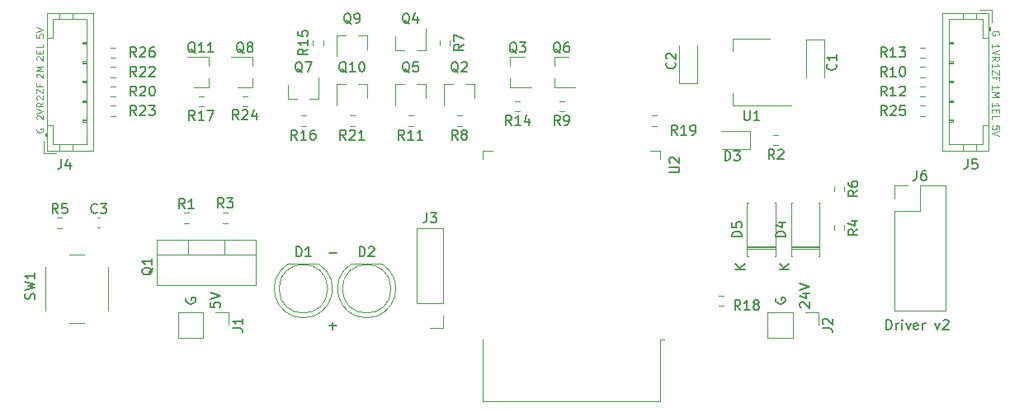
<source format=gbr>
G04 #@! TF.GenerationSoftware,KiCad,Pcbnew,(5.1.10)-1*
G04 #@! TF.CreationDate,2021-08-19T14:27:16+09:00*
G04 #@! TF.ProjectId,driver,64726976-6572-42e6-9b69-6361645f7063,rev?*
G04 #@! TF.SameCoordinates,Original*
G04 #@! TF.FileFunction,Legend,Top*
G04 #@! TF.FilePolarity,Positive*
%FSLAX46Y46*%
G04 Gerber Fmt 4.6, Leading zero omitted, Abs format (unit mm)*
G04 Created by KiCad (PCBNEW (5.1.10)-1) date 2021-08-19 14:27:16*
%MOMM*%
%LPD*%
G01*
G04 APERTURE LIST*
%ADD10C,0.150000*%
%ADD11C,0.100000*%
%ADD12C,0.120000*%
G04 APERTURE END LIST*
D10*
X30619047Y-33071428D02*
X31380952Y-33071428D01*
X31000000Y-33452380D02*
X31000000Y-32690476D01*
X30619047Y-25571428D02*
X31380952Y-25571428D01*
D11*
X99383333Y-12866666D02*
X99383333Y-12533333D01*
X99050000Y-12500000D01*
X99083333Y-12533333D01*
X99116666Y-12600000D01*
X99116666Y-12766666D01*
X99083333Y-12833333D01*
X99050000Y-12866666D01*
X98983333Y-12900000D01*
X98816666Y-12900000D01*
X98750000Y-12866666D01*
X98716666Y-12833333D01*
X98683333Y-12766666D01*
X98683333Y-12600000D01*
X98716666Y-12533333D01*
X98750000Y-12500000D01*
X99383333Y-13100000D02*
X98683333Y-13333333D01*
X99383333Y-13566666D01*
X98683333Y-10600000D02*
X98683333Y-10200000D01*
X98683333Y-10400000D02*
X99383333Y-10400000D01*
X99283333Y-10333333D01*
X99216666Y-10266666D01*
X99183333Y-10200000D01*
X99050000Y-10900000D02*
X99050000Y-11133333D01*
X98683333Y-11233333D02*
X98683333Y-10900000D01*
X99383333Y-10900000D01*
X99383333Y-11233333D01*
X98683333Y-11866666D02*
X98683333Y-11533333D01*
X99383333Y-11533333D01*
X98683333Y-8800000D02*
X98683333Y-8400000D01*
X98683333Y-8600000D02*
X99383333Y-8600000D01*
X99283333Y-8533333D01*
X99216666Y-8466666D01*
X99183333Y-8400000D01*
X98683333Y-9100000D02*
X99383333Y-9100000D01*
X98883333Y-9333333D01*
X99383333Y-9566666D01*
X98683333Y-9566666D01*
X98683333Y-6566666D02*
X98683333Y-6166666D01*
X98683333Y-6366666D02*
X99383333Y-6366666D01*
X99283333Y-6300000D01*
X99216666Y-6233333D01*
X99183333Y-6166666D01*
X99383333Y-6800000D02*
X99383333Y-7266666D01*
X98683333Y-6800000D01*
X98683333Y-7266666D01*
X99050000Y-7766666D02*
X99050000Y-7533333D01*
X98683333Y-7533333D02*
X99383333Y-7533333D01*
X99383333Y-7866666D01*
X98683333Y-4550000D02*
X98683333Y-4150000D01*
X98683333Y-4350000D02*
X99383333Y-4350000D01*
X99283333Y-4283333D01*
X99216666Y-4216666D01*
X99183333Y-4150000D01*
X99383333Y-4750000D02*
X98683333Y-4983333D01*
X99383333Y-5216666D01*
X98683333Y-5850000D02*
X99016666Y-5616666D01*
X98683333Y-5450000D02*
X99383333Y-5450000D01*
X99383333Y-5716666D01*
X99350000Y-5783333D01*
X99316666Y-5816666D01*
X99250000Y-5850000D01*
X99150000Y-5850000D01*
X99083333Y-5816666D01*
X99050000Y-5783333D01*
X99016666Y-5716666D01*
X99016666Y-5450000D01*
X99350000Y-3183333D02*
X99383333Y-3116666D01*
X99383333Y-3016666D01*
X99350000Y-2916666D01*
X99283333Y-2850000D01*
X99216666Y-2816666D01*
X99083333Y-2783333D01*
X98983333Y-2783333D01*
X98850000Y-2816666D01*
X98783333Y-2850000D01*
X98716666Y-2916666D01*
X98683333Y-3016666D01*
X98683333Y-3083333D01*
X98716666Y-3183333D01*
X98750000Y-3216666D01*
X98983333Y-3216666D01*
X98983333Y-3083333D01*
X650000Y-12816666D02*
X616666Y-12883333D01*
X616666Y-12983333D01*
X650000Y-13083333D01*
X716666Y-13150000D01*
X783333Y-13183333D01*
X916666Y-13216666D01*
X1016666Y-13216666D01*
X1150000Y-13183333D01*
X1216666Y-13150000D01*
X1283333Y-13083333D01*
X1316666Y-12983333D01*
X1316666Y-12916666D01*
X1283333Y-12816666D01*
X1250000Y-12783333D01*
X1016666Y-12783333D01*
X1016666Y-12916666D01*
X616666Y-3133333D02*
X616666Y-3466666D01*
X950000Y-3500000D01*
X916666Y-3466666D01*
X883333Y-3400000D01*
X883333Y-3233333D01*
X916666Y-3166666D01*
X950000Y-3133333D01*
X1016666Y-3100000D01*
X1183333Y-3100000D01*
X1250000Y-3133333D01*
X1283333Y-3166666D01*
X1316666Y-3233333D01*
X1316666Y-3400000D01*
X1283333Y-3466666D01*
X1250000Y-3500000D01*
X616666Y-2900000D02*
X1316666Y-2666666D01*
X616666Y-2433333D01*
X683333Y-11850000D02*
X650000Y-11816666D01*
X616666Y-11750000D01*
X616666Y-11583333D01*
X650000Y-11516666D01*
X683333Y-11483333D01*
X750000Y-11450000D01*
X816666Y-11450000D01*
X916666Y-11483333D01*
X1316666Y-11883333D01*
X1316666Y-11450000D01*
X616666Y-11250000D02*
X1316666Y-11016666D01*
X616666Y-10783333D01*
X1316666Y-10150000D02*
X983333Y-10383333D01*
X1316666Y-10550000D02*
X616666Y-10550000D01*
X616666Y-10283333D01*
X650000Y-10216666D01*
X683333Y-10183333D01*
X750000Y-10150000D01*
X850000Y-10150000D01*
X916666Y-10183333D01*
X950000Y-10216666D01*
X983333Y-10283333D01*
X983333Y-10550000D01*
X683333Y-9833333D02*
X650000Y-9800000D01*
X616666Y-9733333D01*
X616666Y-9566666D01*
X650000Y-9500000D01*
X683333Y-9466666D01*
X750000Y-9433333D01*
X816666Y-9433333D01*
X916666Y-9466666D01*
X1316666Y-9866666D01*
X1316666Y-9433333D01*
X616666Y-9200000D02*
X616666Y-8733333D01*
X1316666Y-9200000D01*
X1316666Y-8733333D01*
X950000Y-8233333D02*
X950000Y-8466666D01*
X1316666Y-8466666D02*
X616666Y-8466666D01*
X616666Y-8133333D01*
X683333Y-7600000D02*
X650000Y-7566666D01*
X616666Y-7500000D01*
X616666Y-7333333D01*
X650000Y-7266666D01*
X683333Y-7233333D01*
X750000Y-7200000D01*
X816666Y-7200000D01*
X916666Y-7233333D01*
X1316666Y-7633333D01*
X1316666Y-7200000D01*
X1316666Y-6900000D02*
X616666Y-6900000D01*
X1116666Y-6666666D01*
X616666Y-6433333D01*
X1316666Y-6433333D01*
X683333Y-5800000D02*
X650000Y-5766666D01*
X616666Y-5700000D01*
X616666Y-5533333D01*
X650000Y-5466666D01*
X683333Y-5433333D01*
X750000Y-5400000D01*
X816666Y-5400000D01*
X916666Y-5433333D01*
X1316666Y-5833333D01*
X1316666Y-5400000D01*
X950000Y-5100000D02*
X950000Y-4866666D01*
X1316666Y-4766666D02*
X1316666Y-5100000D01*
X616666Y-5100000D01*
X616666Y-4766666D01*
X1316666Y-4133333D02*
X1316666Y-4466666D01*
X616666Y-4466666D01*
D10*
X87833333Y-33452380D02*
X87833333Y-32452380D01*
X88071428Y-32452380D01*
X88214285Y-32500000D01*
X88309523Y-32595238D01*
X88357142Y-32690476D01*
X88404761Y-32880952D01*
X88404761Y-33023809D01*
X88357142Y-33214285D01*
X88309523Y-33309523D01*
X88214285Y-33404761D01*
X88071428Y-33452380D01*
X87833333Y-33452380D01*
X88833333Y-33452380D02*
X88833333Y-32785714D01*
X88833333Y-32976190D02*
X88880952Y-32880952D01*
X88928571Y-32833333D01*
X89023809Y-32785714D01*
X89119047Y-32785714D01*
X89452380Y-33452380D02*
X89452380Y-32785714D01*
X89452380Y-32452380D02*
X89404761Y-32500000D01*
X89452380Y-32547619D01*
X89500000Y-32500000D01*
X89452380Y-32452380D01*
X89452380Y-32547619D01*
X89833333Y-32785714D02*
X90071428Y-33452380D01*
X90309523Y-32785714D01*
X91071428Y-33404761D02*
X90976190Y-33452380D01*
X90785714Y-33452380D01*
X90690476Y-33404761D01*
X90642857Y-33309523D01*
X90642857Y-32928571D01*
X90690476Y-32833333D01*
X90785714Y-32785714D01*
X90976190Y-32785714D01*
X91071428Y-32833333D01*
X91119047Y-32928571D01*
X91119047Y-33023809D01*
X90642857Y-33119047D01*
X91547619Y-33452380D02*
X91547619Y-32785714D01*
X91547619Y-32976190D02*
X91595238Y-32880952D01*
X91642857Y-32833333D01*
X91738095Y-32785714D01*
X91833333Y-32785714D01*
X92833333Y-32785714D02*
X93071428Y-33452380D01*
X93309523Y-32785714D01*
X93642857Y-32547619D02*
X93690476Y-32500000D01*
X93785714Y-32452380D01*
X94023809Y-32452380D01*
X94119047Y-32500000D01*
X94166666Y-32547619D01*
X94214285Y-32642857D01*
X94214285Y-32738095D01*
X94166666Y-32880952D01*
X93595238Y-33452380D01*
X94214285Y-33452380D01*
X79047619Y-31190476D02*
X79000000Y-31142857D01*
X78952380Y-31047619D01*
X78952380Y-30809523D01*
X79000000Y-30714285D01*
X79047619Y-30666666D01*
X79142857Y-30619047D01*
X79238095Y-30619047D01*
X79380952Y-30666666D01*
X79952380Y-31238095D01*
X79952380Y-30619047D01*
X79285714Y-29761904D02*
X79952380Y-29761904D01*
X78904761Y-30000000D02*
X79619047Y-30238095D01*
X79619047Y-29619047D01*
X78952380Y-29380952D02*
X79952380Y-29047619D01*
X78952380Y-28714285D01*
X76500000Y-30238095D02*
X76452380Y-30333333D01*
X76452380Y-30476190D01*
X76500000Y-30619047D01*
X76595238Y-30714285D01*
X76690476Y-30761904D01*
X76880952Y-30809523D01*
X77023809Y-30809523D01*
X77214285Y-30761904D01*
X77309523Y-30714285D01*
X77404761Y-30619047D01*
X77452380Y-30476190D01*
X77452380Y-30380952D01*
X77404761Y-30238095D01*
X77357142Y-30190476D01*
X77023809Y-30190476D01*
X77023809Y-30380952D01*
X18452380Y-30690476D02*
X18452380Y-31166666D01*
X18928571Y-31214285D01*
X18880952Y-31166666D01*
X18833333Y-31071428D01*
X18833333Y-30833333D01*
X18880952Y-30738095D01*
X18928571Y-30690476D01*
X19023809Y-30642857D01*
X19261904Y-30642857D01*
X19357142Y-30690476D01*
X19404761Y-30738095D01*
X19452380Y-30833333D01*
X19452380Y-31071428D01*
X19404761Y-31166666D01*
X19357142Y-31214285D01*
X18452380Y-30357142D02*
X19452380Y-30023809D01*
X18452380Y-29690476D01*
X16000000Y-30238095D02*
X15952380Y-30333333D01*
X15952380Y-30476190D01*
X16000000Y-30619047D01*
X16095238Y-30714285D01*
X16190476Y-30761904D01*
X16380952Y-30809523D01*
X16523809Y-30809523D01*
X16714285Y-30761904D01*
X16809523Y-30714285D01*
X16904761Y-30619047D01*
X16952380Y-30476190D01*
X16952380Y-30380952D01*
X16904761Y-30238095D01*
X16857142Y-30190476D01*
X16523809Y-30190476D01*
X16523809Y-30380952D01*
D12*
X79565000Y-3690000D02*
X79565000Y-7600000D01*
X81435000Y-3690000D02*
X79565000Y-3690000D01*
X81435000Y-7600000D02*
X81435000Y-3690000D01*
X66565000Y-4250000D02*
X66565000Y-8160000D01*
X66565000Y-8160000D02*
X68435000Y-8160000D01*
X68435000Y-8160000D02*
X68435000Y-4250000D01*
X6853733Y-21990000D02*
X7146267Y-21990000D01*
X6853733Y-23010000D02*
X7146267Y-23010000D01*
X29545000Y-26710000D02*
X26455000Y-26710000D01*
X30500000Y-29270000D02*
G75*
G03*
X30500000Y-29270000I-2500000J0D01*
G01*
X28000462Y-32260000D02*
G75*
G02*
X26455170Y-26710000I-462J2990000D01*
G01*
X27999538Y-32260000D02*
G75*
G03*
X29544830Y-26710000I462J2990000D01*
G01*
X37000000Y-29270000D02*
G75*
G03*
X37000000Y-29270000I-2500000J0D01*
G01*
X36045000Y-26710000D02*
X32955000Y-26710000D01*
X34499538Y-32260000D02*
G75*
G03*
X36044830Y-26710000I462J2990000D01*
G01*
X34500462Y-32260000D02*
G75*
G02*
X32955170Y-26710000I-462J2990000D01*
G01*
X71000000Y-14960000D02*
X73860000Y-14960000D01*
X73860000Y-14960000D02*
X73860000Y-13040000D01*
X73860000Y-13040000D02*
X71000000Y-13040000D01*
X78160000Y-25910000D02*
X78030000Y-25910000D01*
X78030000Y-25910000D02*
X78030000Y-20470000D01*
X78030000Y-20470000D02*
X78160000Y-20470000D01*
X80840000Y-25910000D02*
X80970000Y-25910000D01*
X80970000Y-25910000D02*
X80970000Y-20470000D01*
X80970000Y-20470000D02*
X80840000Y-20470000D01*
X78030000Y-25010000D02*
X80970000Y-25010000D01*
X78030000Y-24890000D02*
X80970000Y-24890000D01*
X78030000Y-25130000D02*
X80970000Y-25130000D01*
X73530000Y-25130000D02*
X76470000Y-25130000D01*
X73530000Y-24890000D02*
X76470000Y-24890000D01*
X73530000Y-25010000D02*
X76470000Y-25010000D01*
X76470000Y-20470000D02*
X76340000Y-20470000D01*
X76470000Y-25910000D02*
X76470000Y-20470000D01*
X76340000Y-25910000D02*
X76470000Y-25910000D01*
X73530000Y-20470000D02*
X73660000Y-20470000D01*
X73530000Y-25910000D02*
X73530000Y-20470000D01*
X73660000Y-25910000D02*
X73530000Y-25910000D01*
X20330000Y-31670000D02*
X20330000Y-33000000D01*
X19000000Y-31670000D02*
X20330000Y-31670000D01*
X17730000Y-31670000D02*
X17730000Y-34330000D01*
X17730000Y-34330000D02*
X15130000Y-34330000D01*
X17730000Y-31670000D02*
X15130000Y-31670000D01*
X15130000Y-31670000D02*
X15130000Y-34330000D01*
X75630000Y-31670000D02*
X75630000Y-34330000D01*
X78230000Y-31670000D02*
X75630000Y-31670000D01*
X78230000Y-34330000D02*
X75630000Y-34330000D01*
X78230000Y-31670000D02*
X78230000Y-34330000D01*
X79500000Y-31670000D02*
X80830000Y-31670000D01*
X80830000Y-31670000D02*
X80830000Y-33000000D01*
X42330000Y-23050000D02*
X39670000Y-23050000D01*
X42330000Y-30730000D02*
X42330000Y-23050000D01*
X39670000Y-30730000D02*
X39670000Y-23050000D01*
X42330000Y-30730000D02*
X39670000Y-30730000D01*
X42330000Y-32000000D02*
X42330000Y-33330000D01*
X42330000Y-33330000D02*
X41000000Y-33330000D01*
X1390000Y-15360000D02*
X2640000Y-15360000D01*
X1390000Y-14110000D02*
X1390000Y-15360000D01*
X5800000Y-4000000D02*
X5300000Y-4000000D01*
X5300000Y-3900000D02*
X5800000Y-3900000D01*
X5300000Y-4100000D02*
X5300000Y-3900000D01*
X5800000Y-4100000D02*
X5300000Y-4100000D01*
X5800000Y-6000000D02*
X5300000Y-6000000D01*
X5300000Y-5900000D02*
X5800000Y-5900000D01*
X5300000Y-6100000D02*
X5300000Y-5900000D01*
X5800000Y-6100000D02*
X5300000Y-6100000D01*
X5800000Y-8000000D02*
X5300000Y-8000000D01*
X5300000Y-7900000D02*
X5800000Y-7900000D01*
X5300000Y-8100000D02*
X5300000Y-7900000D01*
X5800000Y-8100000D02*
X5300000Y-8100000D01*
X5800000Y-10000000D02*
X5300000Y-10000000D01*
X5300000Y-9900000D02*
X5800000Y-9900000D01*
X5300000Y-10100000D02*
X5300000Y-9900000D01*
X5800000Y-10100000D02*
X5300000Y-10100000D01*
X5800000Y-12000000D02*
X5300000Y-12000000D01*
X5300000Y-11900000D02*
X5800000Y-11900000D01*
X5300000Y-12100000D02*
X5300000Y-11900000D01*
X5800000Y-12100000D02*
X5300000Y-12100000D01*
X4300000Y-940000D02*
X4300000Y-1550000D01*
X3000000Y-940000D02*
X3000000Y-1550000D01*
X4300000Y-15060000D02*
X4300000Y-14450000D01*
X3000000Y-15060000D02*
X3000000Y-14450000D01*
X2300000Y-3500000D02*
X1690000Y-3500000D01*
X2300000Y-1550000D02*
X2300000Y-3500000D01*
X5800000Y-1550000D02*
X2300000Y-1550000D01*
X5800000Y-14450000D02*
X5800000Y-1550000D01*
X2300000Y-14450000D02*
X5800000Y-14450000D01*
X2300000Y-12500000D02*
X2300000Y-14450000D01*
X1690000Y-12500000D02*
X2300000Y-12500000D01*
X1590000Y-13300000D02*
X1590000Y-13600000D01*
X1490000Y-13600000D02*
X1690000Y-13600000D01*
X1490000Y-13300000D02*
X1490000Y-13600000D01*
X1690000Y-13300000D02*
X1490000Y-13300000D01*
X1690000Y-940000D02*
X1690000Y-15060000D01*
X6410000Y-940000D02*
X1690000Y-940000D01*
X6410000Y-15060000D02*
X6410000Y-940000D01*
X1690000Y-15060000D02*
X6410000Y-15060000D01*
X98310000Y-940000D02*
X93590000Y-940000D01*
X93590000Y-940000D02*
X93590000Y-15060000D01*
X93590000Y-15060000D02*
X98310000Y-15060000D01*
X98310000Y-15060000D02*
X98310000Y-940000D01*
X98310000Y-2700000D02*
X98510000Y-2700000D01*
X98510000Y-2700000D02*
X98510000Y-2400000D01*
X98510000Y-2400000D02*
X98310000Y-2400000D01*
X98410000Y-2700000D02*
X98410000Y-2400000D01*
X98310000Y-3500000D02*
X97700000Y-3500000D01*
X97700000Y-3500000D02*
X97700000Y-1550000D01*
X97700000Y-1550000D02*
X94200000Y-1550000D01*
X94200000Y-1550000D02*
X94200000Y-14450000D01*
X94200000Y-14450000D02*
X97700000Y-14450000D01*
X97700000Y-14450000D02*
X97700000Y-12500000D01*
X97700000Y-12500000D02*
X98310000Y-12500000D01*
X97000000Y-940000D02*
X97000000Y-1550000D01*
X95700000Y-940000D02*
X95700000Y-1550000D01*
X97000000Y-15060000D02*
X97000000Y-14450000D01*
X95700000Y-15060000D02*
X95700000Y-14450000D01*
X94200000Y-3900000D02*
X94700000Y-3900000D01*
X94700000Y-3900000D02*
X94700000Y-4100000D01*
X94700000Y-4100000D02*
X94200000Y-4100000D01*
X94200000Y-4000000D02*
X94700000Y-4000000D01*
X94200000Y-5900000D02*
X94700000Y-5900000D01*
X94700000Y-5900000D02*
X94700000Y-6100000D01*
X94700000Y-6100000D02*
X94200000Y-6100000D01*
X94200000Y-6000000D02*
X94700000Y-6000000D01*
X94200000Y-7900000D02*
X94700000Y-7900000D01*
X94700000Y-7900000D02*
X94700000Y-8100000D01*
X94700000Y-8100000D02*
X94200000Y-8100000D01*
X94200000Y-8000000D02*
X94700000Y-8000000D01*
X94200000Y-9900000D02*
X94700000Y-9900000D01*
X94700000Y-9900000D02*
X94700000Y-10100000D01*
X94700000Y-10100000D02*
X94200000Y-10100000D01*
X94200000Y-10000000D02*
X94700000Y-10000000D01*
X94200000Y-11900000D02*
X94700000Y-11900000D01*
X94700000Y-11900000D02*
X94700000Y-12100000D01*
X94700000Y-12100000D02*
X94200000Y-12100000D01*
X94200000Y-12000000D02*
X94700000Y-12000000D01*
X98610000Y-1890000D02*
X98610000Y-640000D01*
X98610000Y-640000D02*
X97360000Y-640000D01*
X88670000Y-31490000D02*
X93870000Y-31490000D01*
X88670000Y-21270000D02*
X88670000Y-31490000D01*
X93870000Y-18670000D02*
X93870000Y-31490000D01*
X88670000Y-21270000D02*
X91270000Y-21270000D01*
X91270000Y-21270000D02*
X91270000Y-18670000D01*
X91270000Y-18670000D02*
X93870000Y-18670000D01*
X88670000Y-20000000D02*
X88670000Y-18670000D01*
X88670000Y-18670000D02*
X90000000Y-18670000D01*
X12920000Y-24230000D02*
X23160000Y-24230000D01*
X12920000Y-28871000D02*
X23160000Y-28871000D01*
X12920000Y-24230000D02*
X12920000Y-28871000D01*
X23160000Y-24230000D02*
X23160000Y-28871000D01*
X12920000Y-25740000D02*
X23160000Y-25740000D01*
X16190000Y-24230000D02*
X16190000Y-25740000D01*
X19891000Y-24230000D02*
X19891000Y-25740000D01*
X45580000Y-8240000D02*
X44650000Y-8240000D01*
X42420000Y-8240000D02*
X43350000Y-8240000D01*
X42420000Y-8240000D02*
X42420000Y-10400000D01*
X45580000Y-8240000D02*
X45580000Y-9700000D01*
X49240000Y-5420000D02*
X50700000Y-5420000D01*
X49240000Y-8580000D02*
X51400000Y-8580000D01*
X49240000Y-8580000D02*
X49240000Y-7650000D01*
X49240000Y-5420000D02*
X49240000Y-6350000D01*
X37420000Y-4760000D02*
X37420000Y-3300000D01*
X40580000Y-4760000D02*
X40580000Y-2600000D01*
X40580000Y-4760000D02*
X39650000Y-4760000D01*
X37420000Y-4760000D02*
X38350000Y-4760000D01*
X40580000Y-8240000D02*
X40580000Y-9700000D01*
X37420000Y-8240000D02*
X37420000Y-10400000D01*
X37420000Y-8240000D02*
X38350000Y-8240000D01*
X40580000Y-8240000D02*
X39650000Y-8240000D01*
X53740000Y-5420000D02*
X53740000Y-6350000D01*
X53740000Y-8580000D02*
X53740000Y-7650000D01*
X53740000Y-8580000D02*
X55900000Y-8580000D01*
X53740000Y-5420000D02*
X55200000Y-5420000D01*
X26420000Y-9760000D02*
X27350000Y-9760000D01*
X29580000Y-9760000D02*
X28650000Y-9760000D01*
X29580000Y-9760000D02*
X29580000Y-7600000D01*
X26420000Y-9760000D02*
X26420000Y-8300000D01*
X22760000Y-8580000D02*
X22760000Y-7650000D01*
X22760000Y-5420000D02*
X22760000Y-6350000D01*
X22760000Y-5420000D02*
X20600000Y-5420000D01*
X22760000Y-8580000D02*
X21300000Y-8580000D01*
X34580000Y-3240000D02*
X34580000Y-4700000D01*
X31420000Y-3240000D02*
X31420000Y-5400000D01*
X31420000Y-3240000D02*
X32350000Y-3240000D01*
X34580000Y-3240000D02*
X33650000Y-3240000D01*
X34580000Y-8240000D02*
X33650000Y-8240000D01*
X31420000Y-8240000D02*
X32350000Y-8240000D01*
X31420000Y-8240000D02*
X31420000Y-10400000D01*
X34580000Y-8240000D02*
X34580000Y-9700000D01*
X18260000Y-8580000D02*
X16800000Y-8580000D01*
X18260000Y-5420000D02*
X16100000Y-5420000D01*
X18260000Y-5420000D02*
X18260000Y-6350000D01*
X18260000Y-8580000D02*
X18260000Y-7650000D01*
X15745276Y-22522500D02*
X16254724Y-22522500D01*
X15745276Y-21477500D02*
X16254724Y-21477500D01*
X76245276Y-14522500D02*
X76754724Y-14522500D01*
X76245276Y-13477500D02*
X76754724Y-13477500D01*
X20254724Y-22522500D02*
X19745276Y-22522500D01*
X20254724Y-21477500D02*
X19745276Y-21477500D01*
X83522500Y-22745276D02*
X83522500Y-23254724D01*
X82477500Y-22745276D02*
X82477500Y-23254724D01*
X2745276Y-21977500D02*
X3254724Y-21977500D01*
X2745276Y-23022500D02*
X3254724Y-23022500D01*
X82477500Y-18745276D02*
X82477500Y-19254724D01*
X83522500Y-18745276D02*
X83522500Y-19254724D01*
X43022500Y-3745276D02*
X43022500Y-4254724D01*
X41977500Y-3745276D02*
X41977500Y-4254724D01*
X44254724Y-11477500D02*
X43745276Y-11477500D01*
X44254724Y-12522500D02*
X43745276Y-12522500D01*
X54245276Y-9977500D02*
X54754724Y-9977500D01*
X54245276Y-11022500D02*
X54754724Y-11022500D01*
X91245276Y-7522500D02*
X91754724Y-7522500D01*
X91245276Y-6477500D02*
X91754724Y-6477500D01*
X38745276Y-11477500D02*
X39254724Y-11477500D01*
X38745276Y-12522500D02*
X39254724Y-12522500D01*
X91245276Y-9522500D02*
X91754724Y-9522500D01*
X91245276Y-8477500D02*
X91754724Y-8477500D01*
X91245276Y-4477500D02*
X91754724Y-4477500D01*
X91245276Y-5522500D02*
X91754724Y-5522500D01*
X50254724Y-9977500D02*
X49745276Y-9977500D01*
X50254724Y-11022500D02*
X49745276Y-11022500D01*
X30022500Y-4254724D02*
X30022500Y-3745276D01*
X28977500Y-4254724D02*
X28977500Y-3745276D01*
X27745276Y-11477500D02*
X28254724Y-11477500D01*
X27745276Y-12522500D02*
X28254724Y-12522500D01*
X17754724Y-9477500D02*
X17245276Y-9477500D01*
X17754724Y-10522500D02*
X17245276Y-10522500D01*
X71167224Y-31022500D02*
X70657776Y-31022500D01*
X71167224Y-29977500D02*
X70657776Y-29977500D01*
X64254724Y-11477500D02*
X63745276Y-11477500D01*
X64254724Y-12522500D02*
X63745276Y-12522500D01*
X8754724Y-9522500D02*
X8245276Y-9522500D01*
X8754724Y-8477500D02*
X8245276Y-8477500D01*
X32745276Y-12522500D02*
X33254724Y-12522500D01*
X32745276Y-11477500D02*
X33254724Y-11477500D01*
X8754724Y-7522500D02*
X8245276Y-7522500D01*
X8754724Y-6477500D02*
X8245276Y-6477500D01*
X8754724Y-10477500D02*
X8245276Y-10477500D01*
X8754724Y-11522500D02*
X8245276Y-11522500D01*
X22254724Y-10522500D02*
X21745276Y-10522500D01*
X22254724Y-9477500D02*
X21745276Y-9477500D01*
X91245276Y-10477500D02*
X91754724Y-10477500D01*
X91245276Y-11522500D02*
X91754724Y-11522500D01*
X8754724Y-4477500D02*
X8245276Y-4477500D01*
X8754724Y-5522500D02*
X8245276Y-5522500D01*
X1500000Y-27000000D02*
X1500000Y-31500000D01*
X5500000Y-25750000D02*
X4000000Y-25750000D01*
X8000000Y-31500000D02*
X8000000Y-27000000D01*
X4000000Y-32750000D02*
X5500000Y-32750000D01*
X72090000Y-3590000D02*
X72090000Y-4850000D01*
X72090000Y-10410000D02*
X72090000Y-9150000D01*
X75850000Y-3590000D02*
X72090000Y-3590000D01*
X78100000Y-10410000D02*
X72090000Y-10410000D01*
X64620000Y-15900000D02*
X64620000Y-15120000D01*
X64620000Y-15120000D02*
X63620000Y-15120000D01*
X46380000Y-15900000D02*
X46380000Y-15120000D01*
X46380000Y-15120000D02*
X47380000Y-15120000D01*
X64620000Y-40865000D02*
X46380000Y-40865000D01*
X46380000Y-40865000D02*
X46380000Y-34445000D01*
X64620000Y-40865000D02*
X64620000Y-34445000D01*
X64620000Y-34445000D02*
X65000000Y-34445000D01*
D10*
X82607142Y-6166666D02*
X82654761Y-6214285D01*
X82702380Y-6357142D01*
X82702380Y-6452380D01*
X82654761Y-6595238D01*
X82559523Y-6690476D01*
X82464285Y-6738095D01*
X82273809Y-6785714D01*
X82130952Y-6785714D01*
X81940476Y-6738095D01*
X81845238Y-6690476D01*
X81750000Y-6595238D01*
X81702380Y-6452380D01*
X81702380Y-6357142D01*
X81750000Y-6214285D01*
X81797619Y-6166666D01*
X82702380Y-5214285D02*
X82702380Y-5785714D01*
X82702380Y-5500000D02*
X81702380Y-5500000D01*
X81845238Y-5595238D01*
X81940476Y-5690476D01*
X81988095Y-5785714D01*
X66107142Y-6016666D02*
X66154761Y-6064285D01*
X66202380Y-6207142D01*
X66202380Y-6302380D01*
X66154761Y-6445238D01*
X66059523Y-6540476D01*
X65964285Y-6588095D01*
X65773809Y-6635714D01*
X65630952Y-6635714D01*
X65440476Y-6588095D01*
X65345238Y-6540476D01*
X65250000Y-6445238D01*
X65202380Y-6302380D01*
X65202380Y-6207142D01*
X65250000Y-6064285D01*
X65297619Y-6016666D01*
X65297619Y-5635714D02*
X65250000Y-5588095D01*
X65202380Y-5492857D01*
X65202380Y-5254761D01*
X65250000Y-5159523D01*
X65297619Y-5111904D01*
X65392857Y-5064285D01*
X65488095Y-5064285D01*
X65630952Y-5111904D01*
X66202380Y-5683333D01*
X66202380Y-5064285D01*
X6833333Y-21427142D02*
X6785714Y-21474761D01*
X6642857Y-21522380D01*
X6547619Y-21522380D01*
X6404761Y-21474761D01*
X6309523Y-21379523D01*
X6261904Y-21284285D01*
X6214285Y-21093809D01*
X6214285Y-20950952D01*
X6261904Y-20760476D01*
X6309523Y-20665238D01*
X6404761Y-20570000D01*
X6547619Y-20522380D01*
X6642857Y-20522380D01*
X6785714Y-20570000D01*
X6833333Y-20617619D01*
X7166666Y-20522380D02*
X7785714Y-20522380D01*
X7452380Y-20903333D01*
X7595238Y-20903333D01*
X7690476Y-20950952D01*
X7738095Y-20998571D01*
X7785714Y-21093809D01*
X7785714Y-21331904D01*
X7738095Y-21427142D01*
X7690476Y-21474761D01*
X7595238Y-21522380D01*
X7309523Y-21522380D01*
X7214285Y-21474761D01*
X7166666Y-21427142D01*
X27261904Y-25952380D02*
X27261904Y-24952380D01*
X27500000Y-24952380D01*
X27642857Y-25000000D01*
X27738095Y-25095238D01*
X27785714Y-25190476D01*
X27833333Y-25380952D01*
X27833333Y-25523809D01*
X27785714Y-25714285D01*
X27738095Y-25809523D01*
X27642857Y-25904761D01*
X27500000Y-25952380D01*
X27261904Y-25952380D01*
X28785714Y-25952380D02*
X28214285Y-25952380D01*
X28500000Y-25952380D02*
X28500000Y-24952380D01*
X28404761Y-25095238D01*
X28309523Y-25190476D01*
X28214285Y-25238095D01*
X33761904Y-25952380D02*
X33761904Y-24952380D01*
X34000000Y-24952380D01*
X34142857Y-25000000D01*
X34238095Y-25095238D01*
X34285714Y-25190476D01*
X34333333Y-25380952D01*
X34333333Y-25523809D01*
X34285714Y-25714285D01*
X34238095Y-25809523D01*
X34142857Y-25904761D01*
X34000000Y-25952380D01*
X33761904Y-25952380D01*
X34714285Y-25047619D02*
X34761904Y-25000000D01*
X34857142Y-24952380D01*
X35095238Y-24952380D01*
X35190476Y-25000000D01*
X35238095Y-25047619D01*
X35285714Y-25142857D01*
X35285714Y-25238095D01*
X35238095Y-25380952D01*
X34666666Y-25952380D01*
X35285714Y-25952380D01*
X71261904Y-16102380D02*
X71261904Y-15102380D01*
X71500000Y-15102380D01*
X71642857Y-15150000D01*
X71738095Y-15245238D01*
X71785714Y-15340476D01*
X71833333Y-15530952D01*
X71833333Y-15673809D01*
X71785714Y-15864285D01*
X71738095Y-15959523D01*
X71642857Y-16054761D01*
X71500000Y-16102380D01*
X71261904Y-16102380D01*
X72166666Y-15102380D02*
X72785714Y-15102380D01*
X72452380Y-15483333D01*
X72595238Y-15483333D01*
X72690476Y-15530952D01*
X72738095Y-15578571D01*
X72785714Y-15673809D01*
X72785714Y-15911904D01*
X72738095Y-16007142D01*
X72690476Y-16054761D01*
X72595238Y-16102380D01*
X72309523Y-16102380D01*
X72214285Y-16054761D01*
X72166666Y-16007142D01*
X77482380Y-23928095D02*
X76482380Y-23928095D01*
X76482380Y-23690000D01*
X76530000Y-23547142D01*
X76625238Y-23451904D01*
X76720476Y-23404285D01*
X76910952Y-23356666D01*
X77053809Y-23356666D01*
X77244285Y-23404285D01*
X77339523Y-23451904D01*
X77434761Y-23547142D01*
X77482380Y-23690000D01*
X77482380Y-23928095D01*
X76815714Y-22499523D02*
X77482380Y-22499523D01*
X76434761Y-22737619D02*
X77149047Y-22975714D01*
X77149047Y-22356666D01*
X77852380Y-27261904D02*
X76852380Y-27261904D01*
X77852380Y-26690476D02*
X77280952Y-27119047D01*
X76852380Y-26690476D02*
X77423809Y-27261904D01*
X72982380Y-23928095D02*
X71982380Y-23928095D01*
X71982380Y-23690000D01*
X72030000Y-23547142D01*
X72125238Y-23451904D01*
X72220476Y-23404285D01*
X72410952Y-23356666D01*
X72553809Y-23356666D01*
X72744285Y-23404285D01*
X72839523Y-23451904D01*
X72934761Y-23547142D01*
X72982380Y-23690000D01*
X72982380Y-23928095D01*
X71982380Y-22451904D02*
X71982380Y-22928095D01*
X72458571Y-22975714D01*
X72410952Y-22928095D01*
X72363333Y-22832857D01*
X72363333Y-22594761D01*
X72410952Y-22499523D01*
X72458571Y-22451904D01*
X72553809Y-22404285D01*
X72791904Y-22404285D01*
X72887142Y-22451904D01*
X72934761Y-22499523D01*
X72982380Y-22594761D01*
X72982380Y-22832857D01*
X72934761Y-22928095D01*
X72887142Y-22975714D01*
X73352380Y-27261904D02*
X72352380Y-27261904D01*
X73352380Y-26690476D02*
X72780952Y-27119047D01*
X72352380Y-26690476D02*
X72923809Y-27261904D01*
X20782380Y-33333333D02*
X21496666Y-33333333D01*
X21639523Y-33380952D01*
X21734761Y-33476190D01*
X21782380Y-33619047D01*
X21782380Y-33714285D01*
X21782380Y-32333333D02*
X21782380Y-32904761D01*
X21782380Y-32619047D02*
X20782380Y-32619047D01*
X20925238Y-32714285D01*
X21020476Y-32809523D01*
X21068095Y-32904761D01*
X81282380Y-33333333D02*
X81996666Y-33333333D01*
X82139523Y-33380952D01*
X82234761Y-33476190D01*
X82282380Y-33619047D01*
X82282380Y-33714285D01*
X81377619Y-32904761D02*
X81330000Y-32857142D01*
X81282380Y-32761904D01*
X81282380Y-32523809D01*
X81330000Y-32428571D01*
X81377619Y-32380952D01*
X81472857Y-32333333D01*
X81568095Y-32333333D01*
X81710952Y-32380952D01*
X82282380Y-32952380D01*
X82282380Y-32333333D01*
X40666666Y-21452380D02*
X40666666Y-22166666D01*
X40619047Y-22309523D01*
X40523809Y-22404761D01*
X40380952Y-22452380D01*
X40285714Y-22452380D01*
X41047619Y-21452380D02*
X41666666Y-21452380D01*
X41333333Y-21833333D01*
X41476190Y-21833333D01*
X41571428Y-21880952D01*
X41619047Y-21928571D01*
X41666666Y-22023809D01*
X41666666Y-22261904D01*
X41619047Y-22357142D01*
X41571428Y-22404761D01*
X41476190Y-22452380D01*
X41190476Y-22452380D01*
X41095238Y-22404761D01*
X41047619Y-22357142D01*
X3166666Y-15952380D02*
X3166666Y-16666666D01*
X3119047Y-16809523D01*
X3023809Y-16904761D01*
X2880952Y-16952380D01*
X2785714Y-16952380D01*
X4071428Y-16285714D02*
X4071428Y-16952380D01*
X3833333Y-15904761D02*
X3595238Y-16619047D01*
X4214285Y-16619047D01*
X96166666Y-15952380D02*
X96166666Y-16666666D01*
X96119047Y-16809523D01*
X96023809Y-16904761D01*
X95880952Y-16952380D01*
X95785714Y-16952380D01*
X97119047Y-15952380D02*
X96642857Y-15952380D01*
X96595238Y-16428571D01*
X96642857Y-16380952D01*
X96738095Y-16333333D01*
X96976190Y-16333333D01*
X97071428Y-16380952D01*
X97119047Y-16428571D01*
X97166666Y-16523809D01*
X97166666Y-16761904D01*
X97119047Y-16857142D01*
X97071428Y-16904761D01*
X96976190Y-16952380D01*
X96738095Y-16952380D01*
X96642857Y-16904761D01*
X96595238Y-16857142D01*
X90936666Y-17122380D02*
X90936666Y-17836666D01*
X90889047Y-17979523D01*
X90793809Y-18074761D01*
X90650952Y-18122380D01*
X90555714Y-18122380D01*
X91841428Y-17122380D02*
X91650952Y-17122380D01*
X91555714Y-17170000D01*
X91508095Y-17217619D01*
X91412857Y-17360476D01*
X91365238Y-17550952D01*
X91365238Y-17931904D01*
X91412857Y-18027142D01*
X91460476Y-18074761D01*
X91555714Y-18122380D01*
X91746190Y-18122380D01*
X91841428Y-18074761D01*
X91889047Y-18027142D01*
X91936666Y-17931904D01*
X91936666Y-17693809D01*
X91889047Y-17598571D01*
X91841428Y-17550952D01*
X91746190Y-17503333D01*
X91555714Y-17503333D01*
X91460476Y-17550952D01*
X91412857Y-17598571D01*
X91365238Y-17693809D01*
X12547619Y-27095238D02*
X12500000Y-27190476D01*
X12404761Y-27285714D01*
X12261904Y-27428571D01*
X12214285Y-27523809D01*
X12214285Y-27619047D01*
X12452380Y-27571428D02*
X12404761Y-27666666D01*
X12309523Y-27761904D01*
X12119047Y-27809523D01*
X11785714Y-27809523D01*
X11595238Y-27761904D01*
X11500000Y-27666666D01*
X11452380Y-27571428D01*
X11452380Y-27380952D01*
X11500000Y-27285714D01*
X11595238Y-27190476D01*
X11785714Y-27142857D01*
X12119047Y-27142857D01*
X12309523Y-27190476D01*
X12404761Y-27285714D01*
X12452380Y-27380952D01*
X12452380Y-27571428D01*
X12452380Y-26190476D02*
X12452380Y-26761904D01*
X12452380Y-26476190D02*
X11452380Y-26476190D01*
X11595238Y-26571428D01*
X11690476Y-26666666D01*
X11738095Y-26761904D01*
X43904761Y-7047619D02*
X43809523Y-7000000D01*
X43714285Y-6904761D01*
X43571428Y-6761904D01*
X43476190Y-6714285D01*
X43380952Y-6714285D01*
X43428571Y-6952380D02*
X43333333Y-6904761D01*
X43238095Y-6809523D01*
X43190476Y-6619047D01*
X43190476Y-6285714D01*
X43238095Y-6095238D01*
X43333333Y-6000000D01*
X43428571Y-5952380D01*
X43619047Y-5952380D01*
X43714285Y-6000000D01*
X43809523Y-6095238D01*
X43857142Y-6285714D01*
X43857142Y-6619047D01*
X43809523Y-6809523D01*
X43714285Y-6904761D01*
X43619047Y-6952380D01*
X43428571Y-6952380D01*
X44238095Y-6047619D02*
X44285714Y-6000000D01*
X44380952Y-5952380D01*
X44619047Y-5952380D01*
X44714285Y-6000000D01*
X44761904Y-6047619D01*
X44809523Y-6142857D01*
X44809523Y-6238095D01*
X44761904Y-6380952D01*
X44190476Y-6952380D01*
X44809523Y-6952380D01*
X49904761Y-5047619D02*
X49809523Y-5000000D01*
X49714285Y-4904761D01*
X49571428Y-4761904D01*
X49476190Y-4714285D01*
X49380952Y-4714285D01*
X49428571Y-4952380D02*
X49333333Y-4904761D01*
X49238095Y-4809523D01*
X49190476Y-4619047D01*
X49190476Y-4285714D01*
X49238095Y-4095238D01*
X49333333Y-4000000D01*
X49428571Y-3952380D01*
X49619047Y-3952380D01*
X49714285Y-4000000D01*
X49809523Y-4095238D01*
X49857142Y-4285714D01*
X49857142Y-4619047D01*
X49809523Y-4809523D01*
X49714285Y-4904761D01*
X49619047Y-4952380D01*
X49428571Y-4952380D01*
X50190476Y-3952380D02*
X50809523Y-3952380D01*
X50476190Y-4333333D01*
X50619047Y-4333333D01*
X50714285Y-4380952D01*
X50761904Y-4428571D01*
X50809523Y-4523809D01*
X50809523Y-4761904D01*
X50761904Y-4857142D01*
X50714285Y-4904761D01*
X50619047Y-4952380D01*
X50333333Y-4952380D01*
X50238095Y-4904761D01*
X50190476Y-4857142D01*
X38904761Y-2047619D02*
X38809523Y-2000000D01*
X38714285Y-1904761D01*
X38571428Y-1761904D01*
X38476190Y-1714285D01*
X38380952Y-1714285D01*
X38428571Y-1952380D02*
X38333333Y-1904761D01*
X38238095Y-1809523D01*
X38190476Y-1619047D01*
X38190476Y-1285714D01*
X38238095Y-1095238D01*
X38333333Y-1000000D01*
X38428571Y-952380D01*
X38619047Y-952380D01*
X38714285Y-1000000D01*
X38809523Y-1095238D01*
X38857142Y-1285714D01*
X38857142Y-1619047D01*
X38809523Y-1809523D01*
X38714285Y-1904761D01*
X38619047Y-1952380D01*
X38428571Y-1952380D01*
X39714285Y-1285714D02*
X39714285Y-1952380D01*
X39476190Y-904761D02*
X39238095Y-1619047D01*
X39857142Y-1619047D01*
X38904761Y-7047619D02*
X38809523Y-7000000D01*
X38714285Y-6904761D01*
X38571428Y-6761904D01*
X38476190Y-6714285D01*
X38380952Y-6714285D01*
X38428571Y-6952380D02*
X38333333Y-6904761D01*
X38238095Y-6809523D01*
X38190476Y-6619047D01*
X38190476Y-6285714D01*
X38238095Y-6095238D01*
X38333333Y-6000000D01*
X38428571Y-5952380D01*
X38619047Y-5952380D01*
X38714285Y-6000000D01*
X38809523Y-6095238D01*
X38857142Y-6285714D01*
X38857142Y-6619047D01*
X38809523Y-6809523D01*
X38714285Y-6904761D01*
X38619047Y-6952380D01*
X38428571Y-6952380D01*
X39761904Y-5952380D02*
X39285714Y-5952380D01*
X39238095Y-6428571D01*
X39285714Y-6380952D01*
X39380952Y-6333333D01*
X39619047Y-6333333D01*
X39714285Y-6380952D01*
X39761904Y-6428571D01*
X39809523Y-6523809D01*
X39809523Y-6761904D01*
X39761904Y-6857142D01*
X39714285Y-6904761D01*
X39619047Y-6952380D01*
X39380952Y-6952380D01*
X39285714Y-6904761D01*
X39238095Y-6857142D01*
X54404761Y-5047619D02*
X54309523Y-5000000D01*
X54214285Y-4904761D01*
X54071428Y-4761904D01*
X53976190Y-4714285D01*
X53880952Y-4714285D01*
X53928571Y-4952380D02*
X53833333Y-4904761D01*
X53738095Y-4809523D01*
X53690476Y-4619047D01*
X53690476Y-4285714D01*
X53738095Y-4095238D01*
X53833333Y-4000000D01*
X53928571Y-3952380D01*
X54119047Y-3952380D01*
X54214285Y-4000000D01*
X54309523Y-4095238D01*
X54357142Y-4285714D01*
X54357142Y-4619047D01*
X54309523Y-4809523D01*
X54214285Y-4904761D01*
X54119047Y-4952380D01*
X53928571Y-4952380D01*
X55214285Y-3952380D02*
X55023809Y-3952380D01*
X54928571Y-4000000D01*
X54880952Y-4047619D01*
X54785714Y-4190476D01*
X54738095Y-4380952D01*
X54738095Y-4761904D01*
X54785714Y-4857142D01*
X54833333Y-4904761D01*
X54928571Y-4952380D01*
X55119047Y-4952380D01*
X55214285Y-4904761D01*
X55261904Y-4857142D01*
X55309523Y-4761904D01*
X55309523Y-4523809D01*
X55261904Y-4428571D01*
X55214285Y-4380952D01*
X55119047Y-4333333D01*
X54928571Y-4333333D01*
X54833333Y-4380952D01*
X54785714Y-4428571D01*
X54738095Y-4523809D01*
X27904761Y-7047619D02*
X27809523Y-7000000D01*
X27714285Y-6904761D01*
X27571428Y-6761904D01*
X27476190Y-6714285D01*
X27380952Y-6714285D01*
X27428571Y-6952380D02*
X27333333Y-6904761D01*
X27238095Y-6809523D01*
X27190476Y-6619047D01*
X27190476Y-6285714D01*
X27238095Y-6095238D01*
X27333333Y-6000000D01*
X27428571Y-5952380D01*
X27619047Y-5952380D01*
X27714285Y-6000000D01*
X27809523Y-6095238D01*
X27857142Y-6285714D01*
X27857142Y-6619047D01*
X27809523Y-6809523D01*
X27714285Y-6904761D01*
X27619047Y-6952380D01*
X27428571Y-6952380D01*
X28190476Y-5952380D02*
X28857142Y-5952380D01*
X28428571Y-6952380D01*
X21904761Y-5047619D02*
X21809523Y-5000000D01*
X21714285Y-4904761D01*
X21571428Y-4761904D01*
X21476190Y-4714285D01*
X21380952Y-4714285D01*
X21428571Y-4952380D02*
X21333333Y-4904761D01*
X21238095Y-4809523D01*
X21190476Y-4619047D01*
X21190476Y-4285714D01*
X21238095Y-4095238D01*
X21333333Y-4000000D01*
X21428571Y-3952380D01*
X21619047Y-3952380D01*
X21714285Y-4000000D01*
X21809523Y-4095238D01*
X21857142Y-4285714D01*
X21857142Y-4619047D01*
X21809523Y-4809523D01*
X21714285Y-4904761D01*
X21619047Y-4952380D01*
X21428571Y-4952380D01*
X22428571Y-4380952D02*
X22333333Y-4333333D01*
X22285714Y-4285714D01*
X22238095Y-4190476D01*
X22238095Y-4142857D01*
X22285714Y-4047619D01*
X22333333Y-4000000D01*
X22428571Y-3952380D01*
X22619047Y-3952380D01*
X22714285Y-4000000D01*
X22761904Y-4047619D01*
X22809523Y-4142857D01*
X22809523Y-4190476D01*
X22761904Y-4285714D01*
X22714285Y-4333333D01*
X22619047Y-4380952D01*
X22428571Y-4380952D01*
X22333333Y-4428571D01*
X22285714Y-4476190D01*
X22238095Y-4571428D01*
X22238095Y-4761904D01*
X22285714Y-4857142D01*
X22333333Y-4904761D01*
X22428571Y-4952380D01*
X22619047Y-4952380D01*
X22714285Y-4904761D01*
X22761904Y-4857142D01*
X22809523Y-4761904D01*
X22809523Y-4571428D01*
X22761904Y-4476190D01*
X22714285Y-4428571D01*
X22619047Y-4380952D01*
X32904761Y-2047619D02*
X32809523Y-2000000D01*
X32714285Y-1904761D01*
X32571428Y-1761904D01*
X32476190Y-1714285D01*
X32380952Y-1714285D01*
X32428571Y-1952380D02*
X32333333Y-1904761D01*
X32238095Y-1809523D01*
X32190476Y-1619047D01*
X32190476Y-1285714D01*
X32238095Y-1095238D01*
X32333333Y-1000000D01*
X32428571Y-952380D01*
X32619047Y-952380D01*
X32714285Y-1000000D01*
X32809523Y-1095238D01*
X32857142Y-1285714D01*
X32857142Y-1619047D01*
X32809523Y-1809523D01*
X32714285Y-1904761D01*
X32619047Y-1952380D01*
X32428571Y-1952380D01*
X33333333Y-1952380D02*
X33523809Y-1952380D01*
X33619047Y-1904761D01*
X33666666Y-1857142D01*
X33761904Y-1714285D01*
X33809523Y-1523809D01*
X33809523Y-1142857D01*
X33761904Y-1047619D01*
X33714285Y-1000000D01*
X33619047Y-952380D01*
X33428571Y-952380D01*
X33333333Y-1000000D01*
X33285714Y-1047619D01*
X33238095Y-1142857D01*
X33238095Y-1380952D01*
X33285714Y-1476190D01*
X33333333Y-1523809D01*
X33428571Y-1571428D01*
X33619047Y-1571428D01*
X33714285Y-1523809D01*
X33761904Y-1476190D01*
X33809523Y-1380952D01*
X32428571Y-7047619D02*
X32333333Y-7000000D01*
X32238095Y-6904761D01*
X32095238Y-6761904D01*
X32000000Y-6714285D01*
X31904761Y-6714285D01*
X31952380Y-6952380D02*
X31857142Y-6904761D01*
X31761904Y-6809523D01*
X31714285Y-6619047D01*
X31714285Y-6285714D01*
X31761904Y-6095238D01*
X31857142Y-6000000D01*
X31952380Y-5952380D01*
X32142857Y-5952380D01*
X32238095Y-6000000D01*
X32333333Y-6095238D01*
X32380952Y-6285714D01*
X32380952Y-6619047D01*
X32333333Y-6809523D01*
X32238095Y-6904761D01*
X32142857Y-6952380D01*
X31952380Y-6952380D01*
X33333333Y-6952380D02*
X32761904Y-6952380D01*
X33047619Y-6952380D02*
X33047619Y-5952380D01*
X32952380Y-6095238D01*
X32857142Y-6190476D01*
X32761904Y-6238095D01*
X33952380Y-5952380D02*
X34047619Y-5952380D01*
X34142857Y-6000000D01*
X34190476Y-6047619D01*
X34238095Y-6142857D01*
X34285714Y-6333333D01*
X34285714Y-6571428D01*
X34238095Y-6761904D01*
X34190476Y-6857142D01*
X34142857Y-6904761D01*
X34047619Y-6952380D01*
X33952380Y-6952380D01*
X33857142Y-6904761D01*
X33809523Y-6857142D01*
X33761904Y-6761904D01*
X33714285Y-6571428D01*
X33714285Y-6333333D01*
X33761904Y-6142857D01*
X33809523Y-6047619D01*
X33857142Y-6000000D01*
X33952380Y-5952380D01*
X16928571Y-5047619D02*
X16833333Y-5000000D01*
X16738095Y-4904761D01*
X16595238Y-4761904D01*
X16500000Y-4714285D01*
X16404761Y-4714285D01*
X16452380Y-4952380D02*
X16357142Y-4904761D01*
X16261904Y-4809523D01*
X16214285Y-4619047D01*
X16214285Y-4285714D01*
X16261904Y-4095238D01*
X16357142Y-4000000D01*
X16452380Y-3952380D01*
X16642857Y-3952380D01*
X16738095Y-4000000D01*
X16833333Y-4095238D01*
X16880952Y-4285714D01*
X16880952Y-4619047D01*
X16833333Y-4809523D01*
X16738095Y-4904761D01*
X16642857Y-4952380D01*
X16452380Y-4952380D01*
X17833333Y-4952380D02*
X17261904Y-4952380D01*
X17547619Y-4952380D02*
X17547619Y-3952380D01*
X17452380Y-4095238D01*
X17357142Y-4190476D01*
X17261904Y-4238095D01*
X18785714Y-4952380D02*
X18214285Y-4952380D01*
X18500000Y-4952380D02*
X18500000Y-3952380D01*
X18404761Y-4095238D01*
X18309523Y-4190476D01*
X18214285Y-4238095D01*
X15833333Y-21022380D02*
X15500000Y-20546190D01*
X15261904Y-21022380D02*
X15261904Y-20022380D01*
X15642857Y-20022380D01*
X15738095Y-20070000D01*
X15785714Y-20117619D01*
X15833333Y-20212857D01*
X15833333Y-20355714D01*
X15785714Y-20450952D01*
X15738095Y-20498571D01*
X15642857Y-20546190D01*
X15261904Y-20546190D01*
X16785714Y-21022380D02*
X16214285Y-21022380D01*
X16500000Y-21022380D02*
X16500000Y-20022380D01*
X16404761Y-20165238D01*
X16309523Y-20260476D01*
X16214285Y-20308095D01*
X76333333Y-15952380D02*
X76000000Y-15476190D01*
X75761904Y-15952380D02*
X75761904Y-14952380D01*
X76142857Y-14952380D01*
X76238095Y-15000000D01*
X76285714Y-15047619D01*
X76333333Y-15142857D01*
X76333333Y-15285714D01*
X76285714Y-15380952D01*
X76238095Y-15428571D01*
X76142857Y-15476190D01*
X75761904Y-15476190D01*
X76714285Y-15047619D02*
X76761904Y-15000000D01*
X76857142Y-14952380D01*
X77095238Y-14952380D01*
X77190476Y-15000000D01*
X77238095Y-15047619D01*
X77285714Y-15142857D01*
X77285714Y-15238095D01*
X77238095Y-15380952D01*
X76666666Y-15952380D01*
X77285714Y-15952380D01*
X19833333Y-20952380D02*
X19500000Y-20476190D01*
X19261904Y-20952380D02*
X19261904Y-19952380D01*
X19642857Y-19952380D01*
X19738095Y-20000000D01*
X19785714Y-20047619D01*
X19833333Y-20142857D01*
X19833333Y-20285714D01*
X19785714Y-20380952D01*
X19738095Y-20428571D01*
X19642857Y-20476190D01*
X19261904Y-20476190D01*
X20166666Y-19952380D02*
X20785714Y-19952380D01*
X20452380Y-20333333D01*
X20595238Y-20333333D01*
X20690476Y-20380952D01*
X20738095Y-20428571D01*
X20785714Y-20523809D01*
X20785714Y-20761904D01*
X20738095Y-20857142D01*
X20690476Y-20904761D01*
X20595238Y-20952380D01*
X20309523Y-20952380D01*
X20214285Y-20904761D01*
X20166666Y-20857142D01*
X84882380Y-23166666D02*
X84406190Y-23500000D01*
X84882380Y-23738095D02*
X83882380Y-23738095D01*
X83882380Y-23357142D01*
X83930000Y-23261904D01*
X83977619Y-23214285D01*
X84072857Y-23166666D01*
X84215714Y-23166666D01*
X84310952Y-23214285D01*
X84358571Y-23261904D01*
X84406190Y-23357142D01*
X84406190Y-23738095D01*
X84215714Y-22309523D02*
X84882380Y-22309523D01*
X83834761Y-22547619D02*
X84549047Y-22785714D01*
X84549047Y-22166666D01*
X2833333Y-21522380D02*
X2500000Y-21046190D01*
X2261904Y-21522380D02*
X2261904Y-20522380D01*
X2642857Y-20522380D01*
X2738095Y-20570000D01*
X2785714Y-20617619D01*
X2833333Y-20712857D01*
X2833333Y-20855714D01*
X2785714Y-20950952D01*
X2738095Y-20998571D01*
X2642857Y-21046190D01*
X2261904Y-21046190D01*
X3738095Y-20522380D02*
X3261904Y-20522380D01*
X3214285Y-20998571D01*
X3261904Y-20950952D01*
X3357142Y-20903333D01*
X3595238Y-20903333D01*
X3690476Y-20950952D01*
X3738095Y-20998571D01*
X3785714Y-21093809D01*
X3785714Y-21331904D01*
X3738095Y-21427142D01*
X3690476Y-21474761D01*
X3595238Y-21522380D01*
X3357142Y-21522380D01*
X3261904Y-21474761D01*
X3214285Y-21427142D01*
X84882380Y-19166666D02*
X84406190Y-19500000D01*
X84882380Y-19738095D02*
X83882380Y-19738095D01*
X83882380Y-19357142D01*
X83930000Y-19261904D01*
X83977619Y-19214285D01*
X84072857Y-19166666D01*
X84215714Y-19166666D01*
X84310952Y-19214285D01*
X84358571Y-19261904D01*
X84406190Y-19357142D01*
X84406190Y-19738095D01*
X83882380Y-18309523D02*
X83882380Y-18500000D01*
X83930000Y-18595238D01*
X83977619Y-18642857D01*
X84120476Y-18738095D01*
X84310952Y-18785714D01*
X84691904Y-18785714D01*
X84787142Y-18738095D01*
X84834761Y-18690476D01*
X84882380Y-18595238D01*
X84882380Y-18404761D01*
X84834761Y-18309523D01*
X84787142Y-18261904D01*
X84691904Y-18214285D01*
X84453809Y-18214285D01*
X84358571Y-18261904D01*
X84310952Y-18309523D01*
X84263333Y-18404761D01*
X84263333Y-18595238D01*
X84310952Y-18690476D01*
X84358571Y-18738095D01*
X84453809Y-18785714D01*
X44452380Y-4166666D02*
X43976190Y-4500000D01*
X44452380Y-4738095D02*
X43452380Y-4738095D01*
X43452380Y-4357142D01*
X43500000Y-4261904D01*
X43547619Y-4214285D01*
X43642857Y-4166666D01*
X43785714Y-4166666D01*
X43880952Y-4214285D01*
X43928571Y-4261904D01*
X43976190Y-4357142D01*
X43976190Y-4738095D01*
X43452380Y-3833333D02*
X43452380Y-3166666D01*
X44452380Y-3595238D01*
X43833333Y-13952380D02*
X43500000Y-13476190D01*
X43261904Y-13952380D02*
X43261904Y-12952380D01*
X43642857Y-12952380D01*
X43738095Y-13000000D01*
X43785714Y-13047619D01*
X43833333Y-13142857D01*
X43833333Y-13285714D01*
X43785714Y-13380952D01*
X43738095Y-13428571D01*
X43642857Y-13476190D01*
X43261904Y-13476190D01*
X44404761Y-13380952D02*
X44309523Y-13333333D01*
X44261904Y-13285714D01*
X44214285Y-13190476D01*
X44214285Y-13142857D01*
X44261904Y-13047619D01*
X44309523Y-13000000D01*
X44404761Y-12952380D01*
X44595238Y-12952380D01*
X44690476Y-13000000D01*
X44738095Y-13047619D01*
X44785714Y-13142857D01*
X44785714Y-13190476D01*
X44738095Y-13285714D01*
X44690476Y-13333333D01*
X44595238Y-13380952D01*
X44404761Y-13380952D01*
X44309523Y-13428571D01*
X44261904Y-13476190D01*
X44214285Y-13571428D01*
X44214285Y-13761904D01*
X44261904Y-13857142D01*
X44309523Y-13904761D01*
X44404761Y-13952380D01*
X44595238Y-13952380D01*
X44690476Y-13904761D01*
X44738095Y-13857142D01*
X44785714Y-13761904D01*
X44785714Y-13571428D01*
X44738095Y-13476190D01*
X44690476Y-13428571D01*
X44595238Y-13380952D01*
X54333333Y-12452380D02*
X54000000Y-11976190D01*
X53761904Y-12452380D02*
X53761904Y-11452380D01*
X54142857Y-11452380D01*
X54238095Y-11500000D01*
X54285714Y-11547619D01*
X54333333Y-11642857D01*
X54333333Y-11785714D01*
X54285714Y-11880952D01*
X54238095Y-11928571D01*
X54142857Y-11976190D01*
X53761904Y-11976190D01*
X54809523Y-12452380D02*
X55000000Y-12452380D01*
X55095238Y-12404761D01*
X55142857Y-12357142D01*
X55238095Y-12214285D01*
X55285714Y-12023809D01*
X55285714Y-11642857D01*
X55238095Y-11547619D01*
X55190476Y-11500000D01*
X55095238Y-11452380D01*
X54904761Y-11452380D01*
X54809523Y-11500000D01*
X54761904Y-11547619D01*
X54714285Y-11642857D01*
X54714285Y-11880952D01*
X54761904Y-11976190D01*
X54809523Y-12023809D01*
X54904761Y-12071428D01*
X55095238Y-12071428D01*
X55190476Y-12023809D01*
X55238095Y-11976190D01*
X55285714Y-11880952D01*
X87857142Y-7452380D02*
X87523809Y-6976190D01*
X87285714Y-7452380D02*
X87285714Y-6452380D01*
X87666666Y-6452380D01*
X87761904Y-6500000D01*
X87809523Y-6547619D01*
X87857142Y-6642857D01*
X87857142Y-6785714D01*
X87809523Y-6880952D01*
X87761904Y-6928571D01*
X87666666Y-6976190D01*
X87285714Y-6976190D01*
X88809523Y-7452380D02*
X88238095Y-7452380D01*
X88523809Y-7452380D02*
X88523809Y-6452380D01*
X88428571Y-6595238D01*
X88333333Y-6690476D01*
X88238095Y-6738095D01*
X89428571Y-6452380D02*
X89523809Y-6452380D01*
X89619047Y-6500000D01*
X89666666Y-6547619D01*
X89714285Y-6642857D01*
X89761904Y-6833333D01*
X89761904Y-7071428D01*
X89714285Y-7261904D01*
X89666666Y-7357142D01*
X89619047Y-7404761D01*
X89523809Y-7452380D01*
X89428571Y-7452380D01*
X89333333Y-7404761D01*
X89285714Y-7357142D01*
X89238095Y-7261904D01*
X89190476Y-7071428D01*
X89190476Y-6833333D01*
X89238095Y-6642857D01*
X89285714Y-6547619D01*
X89333333Y-6500000D01*
X89428571Y-6452380D01*
X38357142Y-13952380D02*
X38023809Y-13476190D01*
X37785714Y-13952380D02*
X37785714Y-12952380D01*
X38166666Y-12952380D01*
X38261904Y-13000000D01*
X38309523Y-13047619D01*
X38357142Y-13142857D01*
X38357142Y-13285714D01*
X38309523Y-13380952D01*
X38261904Y-13428571D01*
X38166666Y-13476190D01*
X37785714Y-13476190D01*
X39309523Y-13952380D02*
X38738095Y-13952380D01*
X39023809Y-13952380D02*
X39023809Y-12952380D01*
X38928571Y-13095238D01*
X38833333Y-13190476D01*
X38738095Y-13238095D01*
X40261904Y-13952380D02*
X39690476Y-13952380D01*
X39976190Y-13952380D02*
X39976190Y-12952380D01*
X39880952Y-13095238D01*
X39785714Y-13190476D01*
X39690476Y-13238095D01*
X87857142Y-9452380D02*
X87523809Y-8976190D01*
X87285714Y-9452380D02*
X87285714Y-8452380D01*
X87666666Y-8452380D01*
X87761904Y-8500000D01*
X87809523Y-8547619D01*
X87857142Y-8642857D01*
X87857142Y-8785714D01*
X87809523Y-8880952D01*
X87761904Y-8928571D01*
X87666666Y-8976190D01*
X87285714Y-8976190D01*
X88809523Y-9452380D02*
X88238095Y-9452380D01*
X88523809Y-9452380D02*
X88523809Y-8452380D01*
X88428571Y-8595238D01*
X88333333Y-8690476D01*
X88238095Y-8738095D01*
X89190476Y-8547619D02*
X89238095Y-8500000D01*
X89333333Y-8452380D01*
X89571428Y-8452380D01*
X89666666Y-8500000D01*
X89714285Y-8547619D01*
X89761904Y-8642857D01*
X89761904Y-8738095D01*
X89714285Y-8880952D01*
X89142857Y-9452380D01*
X89761904Y-9452380D01*
X87857142Y-5452380D02*
X87523809Y-4976190D01*
X87285714Y-5452380D02*
X87285714Y-4452380D01*
X87666666Y-4452380D01*
X87761904Y-4500000D01*
X87809523Y-4547619D01*
X87857142Y-4642857D01*
X87857142Y-4785714D01*
X87809523Y-4880952D01*
X87761904Y-4928571D01*
X87666666Y-4976190D01*
X87285714Y-4976190D01*
X88809523Y-5452380D02*
X88238095Y-5452380D01*
X88523809Y-5452380D02*
X88523809Y-4452380D01*
X88428571Y-4595238D01*
X88333333Y-4690476D01*
X88238095Y-4738095D01*
X89142857Y-4452380D02*
X89761904Y-4452380D01*
X89428571Y-4833333D01*
X89571428Y-4833333D01*
X89666666Y-4880952D01*
X89714285Y-4928571D01*
X89761904Y-5023809D01*
X89761904Y-5261904D01*
X89714285Y-5357142D01*
X89666666Y-5404761D01*
X89571428Y-5452380D01*
X89285714Y-5452380D01*
X89190476Y-5404761D01*
X89142857Y-5357142D01*
X49357142Y-12452380D02*
X49023809Y-11976190D01*
X48785714Y-12452380D02*
X48785714Y-11452380D01*
X49166666Y-11452380D01*
X49261904Y-11500000D01*
X49309523Y-11547619D01*
X49357142Y-11642857D01*
X49357142Y-11785714D01*
X49309523Y-11880952D01*
X49261904Y-11928571D01*
X49166666Y-11976190D01*
X48785714Y-11976190D01*
X50309523Y-12452380D02*
X49738095Y-12452380D01*
X50023809Y-12452380D02*
X50023809Y-11452380D01*
X49928571Y-11595238D01*
X49833333Y-11690476D01*
X49738095Y-11738095D01*
X51166666Y-11785714D02*
X51166666Y-12452380D01*
X50928571Y-11404761D02*
X50690476Y-12119047D01*
X51309523Y-12119047D01*
X28452380Y-4642857D02*
X27976190Y-4976190D01*
X28452380Y-5214285D02*
X27452380Y-5214285D01*
X27452380Y-4833333D01*
X27500000Y-4738095D01*
X27547619Y-4690476D01*
X27642857Y-4642857D01*
X27785714Y-4642857D01*
X27880952Y-4690476D01*
X27928571Y-4738095D01*
X27976190Y-4833333D01*
X27976190Y-5214285D01*
X28452380Y-3690476D02*
X28452380Y-4261904D01*
X28452380Y-3976190D02*
X27452380Y-3976190D01*
X27595238Y-4071428D01*
X27690476Y-4166666D01*
X27738095Y-4261904D01*
X27452380Y-2785714D02*
X27452380Y-3261904D01*
X27928571Y-3309523D01*
X27880952Y-3261904D01*
X27833333Y-3166666D01*
X27833333Y-2928571D01*
X27880952Y-2833333D01*
X27928571Y-2785714D01*
X28023809Y-2738095D01*
X28261904Y-2738095D01*
X28357142Y-2785714D01*
X28404761Y-2833333D01*
X28452380Y-2928571D01*
X28452380Y-3166666D01*
X28404761Y-3261904D01*
X28357142Y-3309523D01*
X27357142Y-13952380D02*
X27023809Y-13476190D01*
X26785714Y-13952380D02*
X26785714Y-12952380D01*
X27166666Y-12952380D01*
X27261904Y-13000000D01*
X27309523Y-13047619D01*
X27357142Y-13142857D01*
X27357142Y-13285714D01*
X27309523Y-13380952D01*
X27261904Y-13428571D01*
X27166666Y-13476190D01*
X26785714Y-13476190D01*
X28309523Y-13952380D02*
X27738095Y-13952380D01*
X28023809Y-13952380D02*
X28023809Y-12952380D01*
X27928571Y-13095238D01*
X27833333Y-13190476D01*
X27738095Y-13238095D01*
X29166666Y-12952380D02*
X28976190Y-12952380D01*
X28880952Y-13000000D01*
X28833333Y-13047619D01*
X28738095Y-13190476D01*
X28690476Y-13380952D01*
X28690476Y-13761904D01*
X28738095Y-13857142D01*
X28785714Y-13904761D01*
X28880952Y-13952380D01*
X29071428Y-13952380D01*
X29166666Y-13904761D01*
X29214285Y-13857142D01*
X29261904Y-13761904D01*
X29261904Y-13523809D01*
X29214285Y-13428571D01*
X29166666Y-13380952D01*
X29071428Y-13333333D01*
X28880952Y-13333333D01*
X28785714Y-13380952D01*
X28738095Y-13428571D01*
X28690476Y-13523809D01*
X16857142Y-11952380D02*
X16523809Y-11476190D01*
X16285714Y-11952380D02*
X16285714Y-10952380D01*
X16666666Y-10952380D01*
X16761904Y-11000000D01*
X16809523Y-11047619D01*
X16857142Y-11142857D01*
X16857142Y-11285714D01*
X16809523Y-11380952D01*
X16761904Y-11428571D01*
X16666666Y-11476190D01*
X16285714Y-11476190D01*
X17809523Y-11952380D02*
X17238095Y-11952380D01*
X17523809Y-11952380D02*
X17523809Y-10952380D01*
X17428571Y-11095238D01*
X17333333Y-11190476D01*
X17238095Y-11238095D01*
X18142857Y-10952380D02*
X18809523Y-10952380D01*
X18380952Y-11952380D01*
X72857142Y-31452380D02*
X72523809Y-30976190D01*
X72285714Y-31452380D02*
X72285714Y-30452380D01*
X72666666Y-30452380D01*
X72761904Y-30500000D01*
X72809523Y-30547619D01*
X72857142Y-30642857D01*
X72857142Y-30785714D01*
X72809523Y-30880952D01*
X72761904Y-30928571D01*
X72666666Y-30976190D01*
X72285714Y-30976190D01*
X73809523Y-31452380D02*
X73238095Y-31452380D01*
X73523809Y-31452380D02*
X73523809Y-30452380D01*
X73428571Y-30595238D01*
X73333333Y-30690476D01*
X73238095Y-30738095D01*
X74380952Y-30880952D02*
X74285714Y-30833333D01*
X74238095Y-30785714D01*
X74190476Y-30690476D01*
X74190476Y-30642857D01*
X74238095Y-30547619D01*
X74285714Y-30500000D01*
X74380952Y-30452380D01*
X74571428Y-30452380D01*
X74666666Y-30500000D01*
X74714285Y-30547619D01*
X74761904Y-30642857D01*
X74761904Y-30690476D01*
X74714285Y-30785714D01*
X74666666Y-30833333D01*
X74571428Y-30880952D01*
X74380952Y-30880952D01*
X74285714Y-30928571D01*
X74238095Y-30976190D01*
X74190476Y-31071428D01*
X74190476Y-31261904D01*
X74238095Y-31357142D01*
X74285714Y-31404761D01*
X74380952Y-31452380D01*
X74571428Y-31452380D01*
X74666666Y-31404761D01*
X74714285Y-31357142D01*
X74761904Y-31261904D01*
X74761904Y-31071428D01*
X74714285Y-30976190D01*
X74666666Y-30928571D01*
X74571428Y-30880952D01*
X66357142Y-13452380D02*
X66023809Y-12976190D01*
X65785714Y-13452380D02*
X65785714Y-12452380D01*
X66166666Y-12452380D01*
X66261904Y-12500000D01*
X66309523Y-12547619D01*
X66357142Y-12642857D01*
X66357142Y-12785714D01*
X66309523Y-12880952D01*
X66261904Y-12928571D01*
X66166666Y-12976190D01*
X65785714Y-12976190D01*
X67309523Y-13452380D02*
X66738095Y-13452380D01*
X67023809Y-13452380D02*
X67023809Y-12452380D01*
X66928571Y-12595238D01*
X66833333Y-12690476D01*
X66738095Y-12738095D01*
X67785714Y-13452380D02*
X67976190Y-13452380D01*
X68071428Y-13404761D01*
X68119047Y-13357142D01*
X68214285Y-13214285D01*
X68261904Y-13023809D01*
X68261904Y-12642857D01*
X68214285Y-12547619D01*
X68166666Y-12500000D01*
X68071428Y-12452380D01*
X67880952Y-12452380D01*
X67785714Y-12500000D01*
X67738095Y-12547619D01*
X67690476Y-12642857D01*
X67690476Y-12880952D01*
X67738095Y-12976190D01*
X67785714Y-13023809D01*
X67880952Y-13071428D01*
X68071428Y-13071428D01*
X68166666Y-13023809D01*
X68214285Y-12976190D01*
X68261904Y-12880952D01*
X10857142Y-9452380D02*
X10523809Y-8976190D01*
X10285714Y-9452380D02*
X10285714Y-8452380D01*
X10666666Y-8452380D01*
X10761904Y-8500000D01*
X10809523Y-8547619D01*
X10857142Y-8642857D01*
X10857142Y-8785714D01*
X10809523Y-8880952D01*
X10761904Y-8928571D01*
X10666666Y-8976190D01*
X10285714Y-8976190D01*
X11238095Y-8547619D02*
X11285714Y-8500000D01*
X11380952Y-8452380D01*
X11619047Y-8452380D01*
X11714285Y-8500000D01*
X11761904Y-8547619D01*
X11809523Y-8642857D01*
X11809523Y-8738095D01*
X11761904Y-8880952D01*
X11190476Y-9452380D01*
X11809523Y-9452380D01*
X12428571Y-8452380D02*
X12523809Y-8452380D01*
X12619047Y-8500000D01*
X12666666Y-8547619D01*
X12714285Y-8642857D01*
X12761904Y-8833333D01*
X12761904Y-9071428D01*
X12714285Y-9261904D01*
X12666666Y-9357142D01*
X12619047Y-9404761D01*
X12523809Y-9452380D01*
X12428571Y-9452380D01*
X12333333Y-9404761D01*
X12285714Y-9357142D01*
X12238095Y-9261904D01*
X12190476Y-9071428D01*
X12190476Y-8833333D01*
X12238095Y-8642857D01*
X12285714Y-8547619D01*
X12333333Y-8500000D01*
X12428571Y-8452380D01*
X32357142Y-13952380D02*
X32023809Y-13476190D01*
X31785714Y-13952380D02*
X31785714Y-12952380D01*
X32166666Y-12952380D01*
X32261904Y-13000000D01*
X32309523Y-13047619D01*
X32357142Y-13142857D01*
X32357142Y-13285714D01*
X32309523Y-13380952D01*
X32261904Y-13428571D01*
X32166666Y-13476190D01*
X31785714Y-13476190D01*
X32738095Y-13047619D02*
X32785714Y-13000000D01*
X32880952Y-12952380D01*
X33119047Y-12952380D01*
X33214285Y-13000000D01*
X33261904Y-13047619D01*
X33309523Y-13142857D01*
X33309523Y-13238095D01*
X33261904Y-13380952D01*
X32690476Y-13952380D01*
X33309523Y-13952380D01*
X34261904Y-13952380D02*
X33690476Y-13952380D01*
X33976190Y-13952380D02*
X33976190Y-12952380D01*
X33880952Y-13095238D01*
X33785714Y-13190476D01*
X33690476Y-13238095D01*
X10857142Y-7452380D02*
X10523809Y-6976190D01*
X10285714Y-7452380D02*
X10285714Y-6452380D01*
X10666666Y-6452380D01*
X10761904Y-6500000D01*
X10809523Y-6547619D01*
X10857142Y-6642857D01*
X10857142Y-6785714D01*
X10809523Y-6880952D01*
X10761904Y-6928571D01*
X10666666Y-6976190D01*
X10285714Y-6976190D01*
X11238095Y-6547619D02*
X11285714Y-6500000D01*
X11380952Y-6452380D01*
X11619047Y-6452380D01*
X11714285Y-6500000D01*
X11761904Y-6547619D01*
X11809523Y-6642857D01*
X11809523Y-6738095D01*
X11761904Y-6880952D01*
X11190476Y-7452380D01*
X11809523Y-7452380D01*
X12190476Y-6547619D02*
X12238095Y-6500000D01*
X12333333Y-6452380D01*
X12571428Y-6452380D01*
X12666666Y-6500000D01*
X12714285Y-6547619D01*
X12761904Y-6642857D01*
X12761904Y-6738095D01*
X12714285Y-6880952D01*
X12142857Y-7452380D01*
X12761904Y-7452380D01*
X10857142Y-11452380D02*
X10523809Y-10976190D01*
X10285714Y-11452380D02*
X10285714Y-10452380D01*
X10666666Y-10452380D01*
X10761904Y-10500000D01*
X10809523Y-10547619D01*
X10857142Y-10642857D01*
X10857142Y-10785714D01*
X10809523Y-10880952D01*
X10761904Y-10928571D01*
X10666666Y-10976190D01*
X10285714Y-10976190D01*
X11238095Y-10547619D02*
X11285714Y-10500000D01*
X11380952Y-10452380D01*
X11619047Y-10452380D01*
X11714285Y-10500000D01*
X11761904Y-10547619D01*
X11809523Y-10642857D01*
X11809523Y-10738095D01*
X11761904Y-10880952D01*
X11190476Y-11452380D01*
X11809523Y-11452380D01*
X12142857Y-10452380D02*
X12761904Y-10452380D01*
X12428571Y-10833333D01*
X12571428Y-10833333D01*
X12666666Y-10880952D01*
X12714285Y-10928571D01*
X12761904Y-11023809D01*
X12761904Y-11261904D01*
X12714285Y-11357142D01*
X12666666Y-11404761D01*
X12571428Y-11452380D01*
X12285714Y-11452380D01*
X12190476Y-11404761D01*
X12142857Y-11357142D01*
X21357142Y-11882380D02*
X21023809Y-11406190D01*
X20785714Y-11882380D02*
X20785714Y-10882380D01*
X21166666Y-10882380D01*
X21261904Y-10930000D01*
X21309523Y-10977619D01*
X21357142Y-11072857D01*
X21357142Y-11215714D01*
X21309523Y-11310952D01*
X21261904Y-11358571D01*
X21166666Y-11406190D01*
X20785714Y-11406190D01*
X21738095Y-10977619D02*
X21785714Y-10930000D01*
X21880952Y-10882380D01*
X22119047Y-10882380D01*
X22214285Y-10930000D01*
X22261904Y-10977619D01*
X22309523Y-11072857D01*
X22309523Y-11168095D01*
X22261904Y-11310952D01*
X21690476Y-11882380D01*
X22309523Y-11882380D01*
X23166666Y-11215714D02*
X23166666Y-11882380D01*
X22928571Y-10834761D02*
X22690476Y-11549047D01*
X23309523Y-11549047D01*
X87857142Y-11452380D02*
X87523809Y-10976190D01*
X87285714Y-11452380D02*
X87285714Y-10452380D01*
X87666666Y-10452380D01*
X87761904Y-10500000D01*
X87809523Y-10547619D01*
X87857142Y-10642857D01*
X87857142Y-10785714D01*
X87809523Y-10880952D01*
X87761904Y-10928571D01*
X87666666Y-10976190D01*
X87285714Y-10976190D01*
X88238095Y-10547619D02*
X88285714Y-10500000D01*
X88380952Y-10452380D01*
X88619047Y-10452380D01*
X88714285Y-10500000D01*
X88761904Y-10547619D01*
X88809523Y-10642857D01*
X88809523Y-10738095D01*
X88761904Y-10880952D01*
X88190476Y-11452380D01*
X88809523Y-11452380D01*
X89714285Y-10452380D02*
X89238095Y-10452380D01*
X89190476Y-10928571D01*
X89238095Y-10880952D01*
X89333333Y-10833333D01*
X89571428Y-10833333D01*
X89666666Y-10880952D01*
X89714285Y-10928571D01*
X89761904Y-11023809D01*
X89761904Y-11261904D01*
X89714285Y-11357142D01*
X89666666Y-11404761D01*
X89571428Y-11452380D01*
X89333333Y-11452380D01*
X89238095Y-11404761D01*
X89190476Y-11357142D01*
X10857142Y-5452380D02*
X10523809Y-4976190D01*
X10285714Y-5452380D02*
X10285714Y-4452380D01*
X10666666Y-4452380D01*
X10761904Y-4500000D01*
X10809523Y-4547619D01*
X10857142Y-4642857D01*
X10857142Y-4785714D01*
X10809523Y-4880952D01*
X10761904Y-4928571D01*
X10666666Y-4976190D01*
X10285714Y-4976190D01*
X11238095Y-4547619D02*
X11285714Y-4500000D01*
X11380952Y-4452380D01*
X11619047Y-4452380D01*
X11714285Y-4500000D01*
X11761904Y-4547619D01*
X11809523Y-4642857D01*
X11809523Y-4738095D01*
X11761904Y-4880952D01*
X11190476Y-5452380D01*
X11809523Y-5452380D01*
X12666666Y-4452380D02*
X12476190Y-4452380D01*
X12380952Y-4500000D01*
X12333333Y-4547619D01*
X12238095Y-4690476D01*
X12190476Y-4880952D01*
X12190476Y-5261904D01*
X12238095Y-5357142D01*
X12285714Y-5404761D01*
X12380952Y-5452380D01*
X12571428Y-5452380D01*
X12666666Y-5404761D01*
X12714285Y-5357142D01*
X12761904Y-5261904D01*
X12761904Y-5023809D01*
X12714285Y-4928571D01*
X12666666Y-4880952D01*
X12571428Y-4833333D01*
X12380952Y-4833333D01*
X12285714Y-4880952D01*
X12238095Y-4928571D01*
X12190476Y-5023809D01*
X404761Y-30333333D02*
X452380Y-30190476D01*
X452380Y-29952380D01*
X404761Y-29857142D01*
X357142Y-29809523D01*
X261904Y-29761904D01*
X166666Y-29761904D01*
X71428Y-29809523D01*
X23809Y-29857142D01*
X-23809Y-29952380D01*
X-71428Y-30142857D01*
X-119047Y-30238095D01*
X-166666Y-30285714D01*
X-261904Y-30333333D01*
X-357142Y-30333333D01*
X-452380Y-30285714D01*
X-500000Y-30238095D01*
X-547619Y-30142857D01*
X-547619Y-29904761D01*
X-500000Y-29761904D01*
X-547619Y-29428571D02*
X452380Y-29190476D01*
X-261904Y-29000000D01*
X452380Y-28809523D01*
X-547619Y-28571428D01*
X452380Y-27666666D02*
X452380Y-28238095D01*
X452380Y-27952380D02*
X-547619Y-27952380D01*
X-404761Y-28047619D01*
X-309523Y-28142857D01*
X-261904Y-28238095D01*
X73238095Y-10952380D02*
X73238095Y-11761904D01*
X73285714Y-11857142D01*
X73333333Y-11904761D01*
X73428571Y-11952380D01*
X73619047Y-11952380D01*
X73714285Y-11904761D01*
X73761904Y-11857142D01*
X73809523Y-11761904D01*
X73809523Y-10952380D01*
X74809523Y-11952380D02*
X74238095Y-11952380D01*
X74523809Y-11952380D02*
X74523809Y-10952380D01*
X74428571Y-11095238D01*
X74333333Y-11190476D01*
X74238095Y-11238095D01*
X65562380Y-17331904D02*
X66371904Y-17331904D01*
X66467142Y-17284285D01*
X66514761Y-17236666D01*
X66562380Y-17141428D01*
X66562380Y-16950952D01*
X66514761Y-16855714D01*
X66467142Y-16808095D01*
X66371904Y-16760476D01*
X65562380Y-16760476D01*
X65657619Y-16331904D02*
X65610000Y-16284285D01*
X65562380Y-16189047D01*
X65562380Y-15950952D01*
X65610000Y-15855714D01*
X65657619Y-15808095D01*
X65752857Y-15760476D01*
X65848095Y-15760476D01*
X65990952Y-15808095D01*
X66562380Y-16379523D01*
X66562380Y-15760476D01*
M02*

</source>
